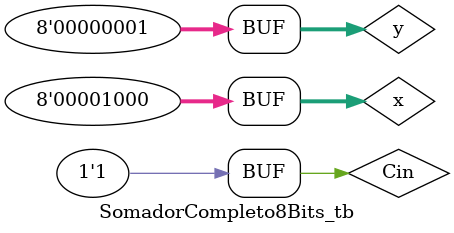
<source format=v>

module SomadorCompleto8Bits_tb;
    reg [7:0] x;
    reg [7:0] y;
    reg Cin;
    wire [7:0] S;
    wire Cout;
    
    // Instanciando o módulo a ser testado
    SomadorCompleto8BitsDF UUT (
        .x(x),
        .y(y),
        .Cin(Cin),
        .A(S),
        .Cout(Cout)
    );
    initial begin
        // Inicialização das entradas
        x = 8'b00000000;
        y = 8'b00000000;
        Cin = 0;
        
        // Espera alguns ciclos antes de começar
        #80;
        
        // A soma de 255 + 1 + 1, que deve resultar em 1 com Cout 1
        x = 8'b11111111;
        y = 8'b00000001;
        Cin = 1;

        #80;

	// A soma de 8 + 1 + 1, que deve resultar em 10 com Cout 10
        x = 8'b00001000;
        y = 8'b00000001;
        Cin = 1;
        
    end
    
endmodule
</source>
